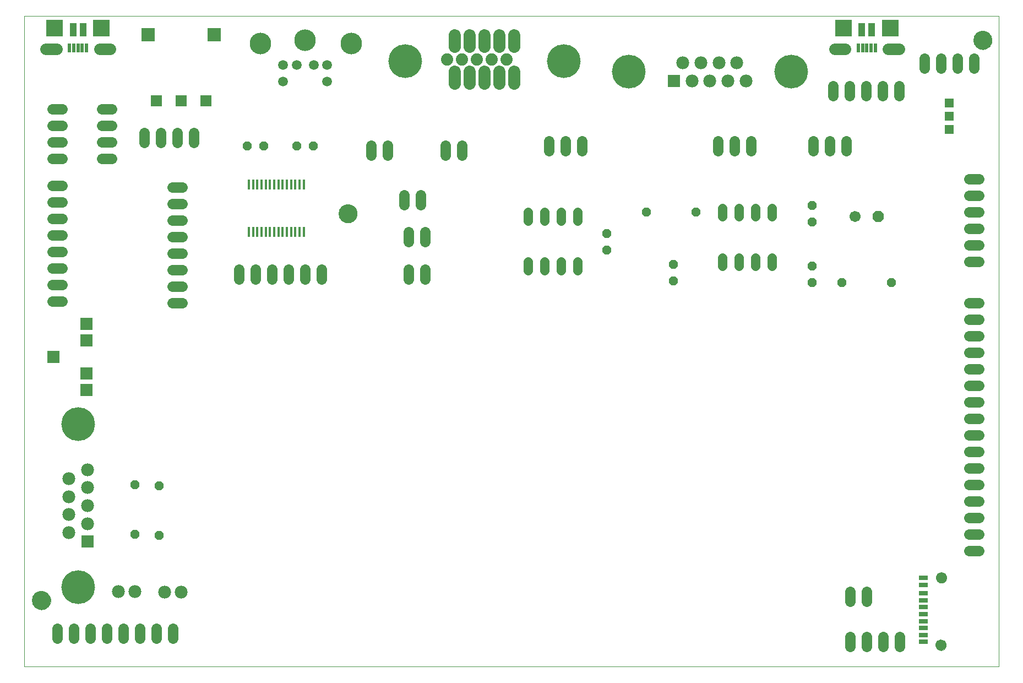
<source format=gts>
G75*
%MOIN*%
%OFA0B0*%
%FSLAX24Y24*%
%IPPOS*%
%LPD*%
%AMOC8*
5,1,8,0,0,1.08239X$1,22.5*
%
%ADD10C,0.0000*%
%ADD11C,0.1142*%
%ADD12R,0.0555X0.0555*%
%ADD13C,0.0670*%
%ADD14R,0.0540X0.0290*%
%ADD15R,0.0690X0.0690*%
%ADD16R,0.0808X0.0808*%
%ADD17C,0.0594*%
%ADD18C,0.1306*%
%ADD19R,0.0780X0.0780*%
%ADD20C,0.0780*%
%ADD21C,0.2040*%
%ADD22C,0.0745*%
%ADD23C,0.0745*%
%ADD24R,0.0197X0.0571*%
%ADD25R,0.0434X0.0827*%
%ADD26C,0.0690*%
%ADD27R,0.1024X0.1024*%
%ADD28R,0.0749X0.0749*%
%ADD29R,0.0177X0.0590*%
%ADD30C,0.0640*%
%ADD31OC8,0.0560*%
%ADD32C,0.0560*%
%ADD33OC8,0.0670*%
%ADD34C,0.0670*%
D10*
X003113Y000180D02*
X003113Y039550D01*
X062105Y039550D01*
X062105Y000180D01*
X003113Y000180D01*
X003600Y004193D02*
X003602Y004240D01*
X003608Y004286D01*
X003618Y004332D01*
X003631Y004377D01*
X003649Y004420D01*
X003670Y004462D01*
X003694Y004502D01*
X003722Y004539D01*
X003753Y004574D01*
X003787Y004607D01*
X003823Y004636D01*
X003862Y004662D01*
X003903Y004685D01*
X003946Y004704D01*
X003990Y004720D01*
X004035Y004732D01*
X004081Y004740D01*
X004128Y004744D01*
X004174Y004744D01*
X004221Y004740D01*
X004267Y004732D01*
X004312Y004720D01*
X004356Y004704D01*
X004399Y004685D01*
X004440Y004662D01*
X004479Y004636D01*
X004515Y004607D01*
X004549Y004574D01*
X004580Y004539D01*
X004608Y004502D01*
X004632Y004462D01*
X004653Y004420D01*
X004671Y004377D01*
X004684Y004332D01*
X004694Y004286D01*
X004700Y004240D01*
X004702Y004193D01*
X004700Y004146D01*
X004694Y004100D01*
X004684Y004054D01*
X004671Y004009D01*
X004653Y003966D01*
X004632Y003924D01*
X004608Y003884D01*
X004580Y003847D01*
X004549Y003812D01*
X004515Y003779D01*
X004479Y003750D01*
X004440Y003724D01*
X004399Y003701D01*
X004356Y003682D01*
X004312Y003666D01*
X004267Y003654D01*
X004221Y003646D01*
X004174Y003642D01*
X004128Y003642D01*
X004081Y003646D01*
X004035Y003654D01*
X003990Y003666D01*
X003946Y003682D01*
X003903Y003701D01*
X003862Y003724D01*
X003823Y003750D01*
X003787Y003779D01*
X003753Y003812D01*
X003722Y003847D01*
X003694Y003884D01*
X003670Y003924D01*
X003649Y003966D01*
X003631Y004009D01*
X003618Y004054D01*
X003608Y004100D01*
X003602Y004146D01*
X003600Y004193D01*
X022150Y027605D02*
X022152Y027652D01*
X022158Y027698D01*
X022168Y027744D01*
X022181Y027789D01*
X022199Y027832D01*
X022220Y027874D01*
X022244Y027914D01*
X022272Y027951D01*
X022303Y027986D01*
X022337Y028019D01*
X022373Y028048D01*
X022412Y028074D01*
X022453Y028097D01*
X022496Y028116D01*
X022540Y028132D01*
X022585Y028144D01*
X022631Y028152D01*
X022678Y028156D01*
X022724Y028156D01*
X022771Y028152D01*
X022817Y028144D01*
X022862Y028132D01*
X022906Y028116D01*
X022949Y028097D01*
X022990Y028074D01*
X023029Y028048D01*
X023065Y028019D01*
X023099Y027986D01*
X023130Y027951D01*
X023158Y027914D01*
X023182Y027874D01*
X023203Y027832D01*
X023221Y027789D01*
X023234Y027744D01*
X023244Y027698D01*
X023250Y027652D01*
X023252Y027605D01*
X023250Y027558D01*
X023244Y027512D01*
X023234Y027466D01*
X023221Y027421D01*
X023203Y027378D01*
X023182Y027336D01*
X023158Y027296D01*
X023130Y027259D01*
X023099Y027224D01*
X023065Y027191D01*
X023029Y027162D01*
X022990Y027136D01*
X022949Y027113D01*
X022906Y027094D01*
X022862Y027078D01*
X022817Y027066D01*
X022771Y027058D01*
X022724Y027054D01*
X022678Y027054D01*
X022631Y027058D01*
X022585Y027066D01*
X022540Y027078D01*
X022496Y027094D01*
X022453Y027113D01*
X022412Y027136D01*
X022373Y027162D01*
X022337Y027191D01*
X022303Y027224D01*
X022272Y027259D01*
X022244Y027296D01*
X022220Y027336D01*
X022199Y027378D01*
X022181Y027421D01*
X022168Y027466D01*
X022158Y027512D01*
X022152Y027558D01*
X022150Y027605D01*
X058308Y005570D02*
X058310Y005605D01*
X058316Y005640D01*
X058326Y005674D01*
X058339Y005707D01*
X058356Y005738D01*
X058377Y005766D01*
X058400Y005793D01*
X058427Y005816D01*
X058455Y005837D01*
X058486Y005854D01*
X058519Y005867D01*
X058553Y005877D01*
X058588Y005883D01*
X058623Y005885D01*
X058658Y005883D01*
X058693Y005877D01*
X058727Y005867D01*
X058760Y005854D01*
X058791Y005837D01*
X058819Y005816D01*
X058846Y005793D01*
X058869Y005766D01*
X058890Y005738D01*
X058907Y005707D01*
X058920Y005674D01*
X058930Y005640D01*
X058936Y005605D01*
X058938Y005570D01*
X058936Y005535D01*
X058930Y005500D01*
X058920Y005466D01*
X058907Y005433D01*
X058890Y005402D01*
X058869Y005374D01*
X058846Y005347D01*
X058819Y005324D01*
X058791Y005303D01*
X058760Y005286D01*
X058727Y005273D01*
X058693Y005263D01*
X058658Y005257D01*
X058623Y005255D01*
X058588Y005257D01*
X058553Y005263D01*
X058519Y005273D01*
X058486Y005286D01*
X058455Y005303D01*
X058427Y005324D01*
X058400Y005347D01*
X058377Y005374D01*
X058356Y005402D01*
X058339Y005433D01*
X058326Y005466D01*
X058316Y005500D01*
X058310Y005535D01*
X058308Y005570D01*
X058278Y001490D02*
X058280Y001525D01*
X058286Y001560D01*
X058296Y001594D01*
X058309Y001627D01*
X058326Y001658D01*
X058347Y001686D01*
X058370Y001713D01*
X058397Y001736D01*
X058425Y001757D01*
X058456Y001774D01*
X058489Y001787D01*
X058523Y001797D01*
X058558Y001803D01*
X058593Y001805D01*
X058628Y001803D01*
X058663Y001797D01*
X058697Y001787D01*
X058730Y001774D01*
X058761Y001757D01*
X058789Y001736D01*
X058816Y001713D01*
X058839Y001686D01*
X058860Y001658D01*
X058877Y001627D01*
X058890Y001594D01*
X058900Y001560D01*
X058906Y001525D01*
X058908Y001490D01*
X058906Y001455D01*
X058900Y001420D01*
X058890Y001386D01*
X058877Y001353D01*
X058860Y001322D01*
X058839Y001294D01*
X058816Y001267D01*
X058789Y001244D01*
X058761Y001223D01*
X058730Y001206D01*
X058697Y001193D01*
X058663Y001183D01*
X058628Y001177D01*
X058593Y001175D01*
X058558Y001177D01*
X058523Y001183D01*
X058489Y001193D01*
X058456Y001206D01*
X058425Y001223D01*
X058397Y001244D01*
X058370Y001267D01*
X058347Y001294D01*
X058326Y001322D01*
X058309Y001353D01*
X058296Y001386D01*
X058286Y001420D01*
X058280Y001455D01*
X058278Y001490D01*
X060575Y038093D02*
X060577Y038140D01*
X060583Y038186D01*
X060593Y038232D01*
X060606Y038277D01*
X060624Y038320D01*
X060645Y038362D01*
X060669Y038402D01*
X060697Y038439D01*
X060728Y038474D01*
X060762Y038507D01*
X060798Y038536D01*
X060837Y038562D01*
X060878Y038585D01*
X060921Y038604D01*
X060965Y038620D01*
X061010Y038632D01*
X061056Y038640D01*
X061103Y038644D01*
X061149Y038644D01*
X061196Y038640D01*
X061242Y038632D01*
X061287Y038620D01*
X061331Y038604D01*
X061374Y038585D01*
X061415Y038562D01*
X061454Y038536D01*
X061490Y038507D01*
X061524Y038474D01*
X061555Y038439D01*
X061583Y038402D01*
X061607Y038362D01*
X061628Y038320D01*
X061646Y038277D01*
X061659Y038232D01*
X061669Y038186D01*
X061675Y038140D01*
X061677Y038093D01*
X061675Y038046D01*
X061669Y038000D01*
X061659Y037954D01*
X061646Y037909D01*
X061628Y037866D01*
X061607Y037824D01*
X061583Y037784D01*
X061555Y037747D01*
X061524Y037712D01*
X061490Y037679D01*
X061454Y037650D01*
X061415Y037624D01*
X061374Y037601D01*
X061331Y037582D01*
X061287Y037566D01*
X061242Y037554D01*
X061196Y037546D01*
X061149Y037542D01*
X061103Y037542D01*
X061056Y037546D01*
X061010Y037554D01*
X060965Y037566D01*
X060921Y037582D01*
X060878Y037601D01*
X060837Y037624D01*
X060798Y037650D01*
X060762Y037679D01*
X060728Y037712D01*
X060697Y037747D01*
X060669Y037784D01*
X060645Y037824D01*
X060624Y037866D01*
X060606Y037909D01*
X060593Y037954D01*
X060583Y038000D01*
X060577Y038046D01*
X060575Y038093D01*
D11*
X061126Y038093D03*
X022701Y027605D03*
X004151Y004193D03*
D12*
X059113Y032680D03*
X059113Y033480D03*
X059113Y034280D03*
D13*
X058623Y005570D03*
X058593Y001490D03*
D14*
X057553Y001680D03*
X057553Y002100D03*
X057553Y002520D03*
X057553Y002940D03*
X057553Y003360D03*
X057553Y003780D03*
X057553Y004200D03*
X057553Y004620D03*
X057553Y005140D03*
X057553Y005560D03*
D15*
X014113Y034430D03*
X012613Y034430D03*
X011113Y034430D03*
D16*
X010613Y038430D03*
X014613Y038430D03*
D17*
X018775Y036584D03*
X019601Y036584D03*
X020625Y036584D03*
X021452Y036584D03*
X021452Y035599D03*
X018775Y035599D03*
D18*
X017413Y037880D03*
X020113Y038080D03*
X022913Y037880D03*
D19*
X042432Y035621D03*
X006922Y007749D03*
D20*
X006922Y008839D03*
X005804Y008296D03*
X005804Y009387D03*
X005804Y010473D03*
X006922Y009930D03*
X006922Y011021D03*
X005804Y011564D03*
X006922Y012111D03*
X008813Y004730D03*
X009813Y004730D03*
X011613Y004680D03*
X012613Y004680D03*
X043523Y035621D03*
X044613Y035621D03*
X045704Y035621D03*
X046794Y035621D03*
X046247Y036739D03*
X045157Y036739D03*
X044070Y036739D03*
X042979Y036739D03*
D21*
X039692Y036180D03*
X035783Y036830D03*
X026163Y036830D03*
X049534Y036180D03*
X006363Y014851D03*
X006363Y005009D03*
D22*
X029163Y035475D02*
X029163Y036180D01*
X030063Y036180D02*
X030063Y035475D01*
X030963Y035475D02*
X030963Y036180D01*
X031863Y036180D02*
X031863Y035475D01*
X032763Y035475D02*
X032763Y036180D01*
X032763Y037680D02*
X032763Y038385D01*
X031863Y038385D02*
X031863Y037680D01*
X030963Y037680D02*
X030963Y038385D01*
X030063Y038385D02*
X030063Y037680D01*
X029163Y037680D02*
X029163Y038385D01*
D23*
X028713Y036930D03*
X029613Y036930D03*
X030513Y036930D03*
X031413Y036930D03*
X032313Y036930D03*
D24*
X053601Y037625D03*
X053857Y037625D03*
X054113Y037625D03*
X054369Y037625D03*
X054625Y037625D03*
X006875Y037625D03*
X006619Y037625D03*
X006363Y037625D03*
X006107Y037625D03*
X005851Y037625D03*
D25*
X006068Y038717D03*
X006659Y038717D03*
X053818Y038717D03*
X054409Y038717D03*
D26*
X055412Y037576D02*
X056062Y037576D01*
X052814Y037576D02*
X052164Y037576D01*
X008312Y037576D02*
X007662Y037576D01*
X005064Y037576D02*
X004414Y037576D01*
D27*
X004946Y038828D03*
X007781Y038828D03*
X052696Y038828D03*
X055531Y038828D03*
D28*
X006863Y020930D03*
X006863Y019930D03*
X004863Y018930D03*
X006863Y017930D03*
X006863Y016930D03*
D29*
X016700Y026491D03*
X016956Y026491D03*
X017212Y026491D03*
X017468Y026491D03*
X017723Y026491D03*
X017979Y026491D03*
X018235Y026491D03*
X018491Y026491D03*
X018747Y026491D03*
X019003Y026491D03*
X019259Y026491D03*
X019515Y026491D03*
X019771Y026491D03*
X020027Y026491D03*
X020027Y029369D03*
X019771Y029369D03*
X019515Y029369D03*
X019259Y029369D03*
X019003Y029369D03*
X018747Y029369D03*
X018491Y029369D03*
X018235Y029369D03*
X017979Y029369D03*
X017723Y029369D03*
X017468Y029369D03*
X017212Y029369D03*
X016956Y029369D03*
X016700Y029369D03*
D30*
X013363Y031880D02*
X013363Y032480D01*
X012363Y032480D02*
X012363Y031880D01*
X011363Y031880D02*
X011363Y032480D01*
X010363Y032480D02*
X010363Y031880D01*
X008413Y031930D02*
X007813Y031930D01*
X007813Y032930D02*
X008413Y032930D01*
X008413Y033930D02*
X007813Y033930D01*
X005413Y033930D02*
X004813Y033930D01*
X004813Y032930D02*
X005413Y032930D01*
X005413Y031930D02*
X004813Y031930D01*
X004813Y030930D02*
X005413Y030930D01*
X005413Y029305D02*
X004813Y029305D01*
X004813Y028305D02*
X005413Y028305D01*
X005413Y027305D02*
X004813Y027305D01*
X004813Y026305D02*
X005413Y026305D01*
X005413Y025305D02*
X004813Y025305D01*
X004813Y024305D02*
X005413Y024305D01*
X005413Y023305D02*
X004813Y023305D01*
X004813Y022305D02*
X005413Y022305D01*
X012063Y022180D02*
X012663Y022180D01*
X012663Y023180D02*
X012063Y023180D01*
X012063Y024180D02*
X012663Y024180D01*
X012663Y025180D02*
X012063Y025180D01*
X012063Y026180D02*
X012663Y026180D01*
X012663Y027180D02*
X012063Y027180D01*
X012063Y028180D02*
X012663Y028180D01*
X012663Y029180D02*
X012063Y029180D01*
X008413Y030930D02*
X007813Y030930D01*
X016113Y024230D02*
X016113Y023630D01*
X017113Y023630D02*
X017113Y024230D01*
X018113Y024230D02*
X018113Y023630D01*
X019113Y023630D02*
X019113Y024230D01*
X020113Y024230D02*
X020113Y023630D01*
X021113Y023630D02*
X021113Y024230D01*
X026363Y024230D02*
X026363Y023630D01*
X027363Y023630D02*
X027363Y024230D01*
X027363Y025880D02*
X027363Y026480D01*
X026363Y026480D02*
X026363Y025880D01*
X026113Y028130D02*
X026113Y028730D01*
X027113Y028730D02*
X027113Y028130D01*
X028613Y031130D02*
X028613Y031730D01*
X029613Y031730D02*
X029613Y031130D01*
X025113Y031130D02*
X025113Y031730D01*
X024113Y031730D02*
X024113Y031130D01*
X034863Y031380D02*
X034863Y031980D01*
X035863Y031980D02*
X035863Y031380D01*
X036863Y031380D02*
X036863Y031980D01*
X045113Y031980D02*
X045113Y031380D01*
X046113Y031380D02*
X046113Y031980D01*
X047113Y031980D02*
X047113Y031380D01*
X050863Y031380D02*
X050863Y031980D01*
X051863Y031980D02*
X051863Y031380D01*
X052863Y031380D02*
X052863Y031980D01*
X053063Y034730D02*
X053063Y035330D01*
X052063Y035330D02*
X052063Y034730D01*
X054063Y034730D02*
X054063Y035330D01*
X055063Y035330D02*
X055063Y034730D01*
X056063Y034730D02*
X056063Y035330D01*
X057613Y036380D02*
X057613Y036980D01*
X058613Y036980D02*
X058613Y036380D01*
X059613Y036380D02*
X059613Y036980D01*
X060613Y036980D02*
X060613Y036380D01*
X060913Y029680D02*
X060313Y029680D01*
X060313Y028680D02*
X060913Y028680D01*
X060913Y027680D02*
X060313Y027680D01*
X060313Y026680D02*
X060913Y026680D01*
X060913Y025680D02*
X060313Y025680D01*
X060313Y024680D02*
X060913Y024680D01*
X060913Y022180D02*
X060313Y022180D01*
X060313Y021180D02*
X060913Y021180D01*
X060913Y020180D02*
X060313Y020180D01*
X060313Y019180D02*
X060913Y019180D01*
X060913Y018180D02*
X060313Y018180D01*
X060313Y017180D02*
X060913Y017180D01*
X060913Y016180D02*
X060313Y016180D01*
X060313Y015180D02*
X060913Y015180D01*
X060913Y014180D02*
X060313Y014180D01*
X060313Y013180D02*
X060913Y013180D01*
X060913Y012180D02*
X060313Y012180D01*
X060313Y011180D02*
X060913Y011180D01*
X060913Y010180D02*
X060313Y010180D01*
X060313Y009180D02*
X060913Y009180D01*
X060913Y008180D02*
X060313Y008180D01*
X060313Y007180D02*
X060913Y007180D01*
X054113Y004730D02*
X054113Y004130D01*
X053113Y004130D02*
X053113Y004730D01*
X053113Y001980D02*
X053113Y001380D01*
X054113Y001380D02*
X054113Y001980D01*
X055113Y001980D02*
X055113Y001380D01*
X056113Y001380D02*
X056113Y001980D01*
X012113Y001880D02*
X012113Y002480D01*
X011113Y002480D02*
X011113Y001880D01*
X010113Y001880D02*
X010113Y002480D01*
X009113Y002480D02*
X009113Y001880D01*
X008113Y001880D02*
X008113Y002480D01*
X007113Y002480D02*
X007113Y001880D01*
X006113Y001880D02*
X006113Y002480D01*
X005113Y002480D02*
X005113Y001880D01*
D31*
X009813Y008180D03*
X011263Y008130D03*
X011263Y011130D03*
X009813Y011180D03*
X038363Y025380D03*
X038363Y026380D03*
X040763Y027680D03*
X043763Y027680D03*
X042413Y024530D03*
X042413Y023530D03*
X050813Y023430D03*
X050813Y024430D03*
X052613Y023430D03*
X055613Y023430D03*
X050813Y027080D03*
X050813Y028080D03*
X020613Y031680D03*
X019613Y031680D03*
X017613Y031680D03*
X016613Y031680D03*
D32*
X033613Y027690D02*
X033613Y027170D01*
X034613Y027170D02*
X034613Y027690D01*
X035613Y027690D02*
X035613Y027170D01*
X036613Y027170D02*
X036613Y027690D01*
X036613Y024690D02*
X036613Y024170D01*
X035613Y024170D02*
X035613Y024690D01*
X034613Y024690D02*
X034613Y024170D01*
X033613Y024170D02*
X033613Y024690D01*
X045363Y024940D02*
X045363Y024420D01*
X046363Y024420D02*
X046363Y024940D01*
X047363Y024940D02*
X047363Y024420D01*
X048363Y024420D02*
X048363Y024940D01*
X048363Y027420D02*
X048363Y027940D01*
X047363Y027940D02*
X047363Y027420D01*
X046363Y027420D02*
X046363Y027940D01*
X045363Y027940D02*
X045363Y027420D01*
D33*
X054813Y027430D03*
D34*
X053413Y027430D03*
M02*

</source>
